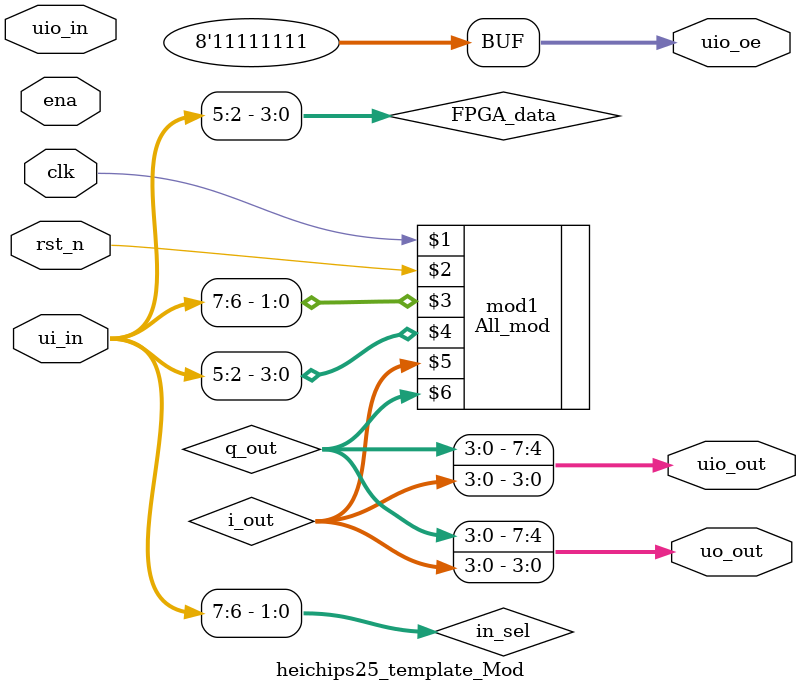
<source format=sv>


`default_nettype none

module heichips25_template_Mod (
    input  wire [7:0] ui_in,    // Dedicated inputs
    output wire [7:0] uo_out,   // Dedicated outputs
    input  wire [7:0] uio_in,   // IOs: Input path
    output wire [7:0] uio_out,  // IOs: Output path
    output wire [7:0] uio_oe,   // IOs: Enable path (active high: 0=input, 1=output)
    input  wire       ena,      // always 1 when the design is powered, so you can ignore it
    input  wire       clk,      // clock
    input  wire       rst_n     // reset_n - low to reset
);

    // List all unused inputs to prevent warnings
    wire _unused = &{ena, ui_in[1:0],uio_in[7:0]};



	logic [1:0] in_sel;
	assign in_sel = ui_in[7:6];
	
	logic [3:0]FPGA_data;
	assign FPGA_data = ui_in[5:2];
	


//modulation part
	
	logic [3:0] i_out;
	logic [3:0] q_out;
	
	assign uo_out[3:0] = i_out;
	assign uo_out[7:4] = q_out;
	assign uio_out[3:0] = i_out;
	assign uio_out[7:4] = q_out;
	
	All_mod mod1(
    clk,
    rst_n,          // Active-low reset
    in_sel,          // Modulation guess from AMC
    FPGA_data,
    i_out,    
    q_out     
             
);
	

	
	
	
	
assign uio_oe  = '1;





endmodule

</source>
